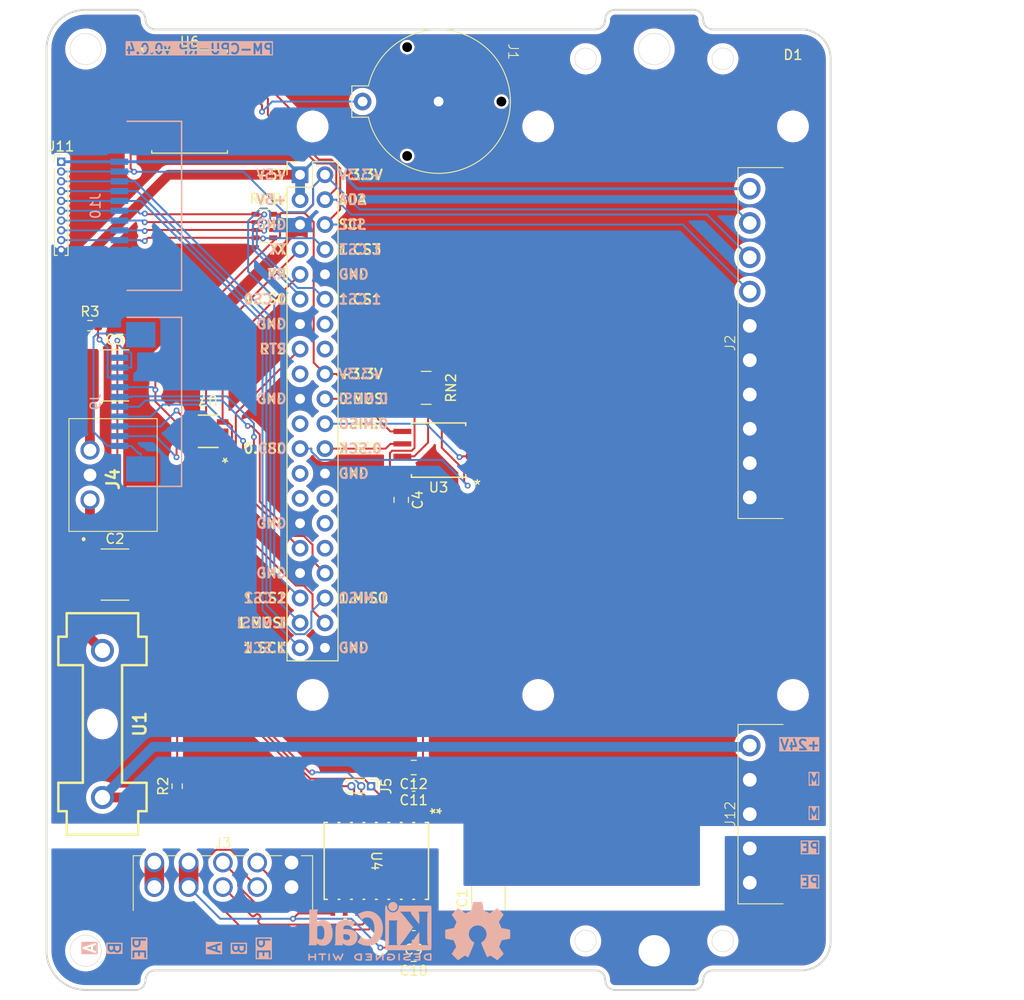
<source format=kicad_pcb>
(kicad_pcb (version 20240108) (generator "pcbnew") (generator_version "8.0")
  (title_block (title "${article} v${version}"))
  (layers (0 "F.Cu" signal) (31 "B.Cu" signal) (34 "B.Paste" user) (35 "F.Paste" user) (36 "B.SilkS" user "B.Silkscreen") (37 "F.SilkS" user "F.Silkscreen") (38 "B.Mask" user) (39 "F.Mask" user) (44 "Edge.Cuts" user))
  (property "article" "PM-CPU-RP")
  (property "version" "0.0.4")
  (net 0 "")
  (net 1 "/LED_1")
  (net 2 "/LED_2")
  (net 4 "/LED_0")
  (net 8 "+5V")
  (net 9 "GND")
  (net 10 "/SCL")
  (net 11 "/SDA")
  (net 12 "PE")
  (net 13 "Net-(J4-VIN)")
  (net 14 "+24V")
  (net 15 "+3.3V")
  (net 16 "/subplates/LED_24V")
  (net 17 "/subplates/LED_5V")
  (net 18 "/UART_RTS")
  (net 19 "+3.3V_ISO")
  (net 20 "GND_ISO")
  (net 21 "/UART_TX")
  (net 22 "/UART_RX")
  (net 26 "Net-(RN2A-R1.1)")
  (net 30 "/subplates/LED_RX")
  (net 31 "/subplates/LED_TX")
  (net 33 "/SPI0_MOSI")
  (net 34 "/SPI1_MOSI")
  (net 35 "/SPI1_CS0")
  (net 36 "/SPI0_CS0")
  (net 37 "/SPI0_SCK")
  (net 38 "/SPI1_MISO")
  (net 39 "/SPI1_SCK")
  (net 40 "/SPI1_CS1")
  (net 41 "/SPI1_CS2")
  (net 42 "/SPI0_MISO")
  (net 43 "/SPI1_CS3")
  (net 47 "Net-(RN2C-R3.1)")
  (net 50 "+24V_ISO")
  (net 51 "Net-(J9-Pin_10)")
  (net 52 "/Vbat")
  (net 53 "/B")
  (net 54 "/A")
  (footprint "Connector_PinHeader_1.00mm:PinHeader_1x03_P1.00mm_Vertical" (layer "F.Cu") (at 68.04 129.54 -90)
    (property "Reference" "J5")
    (property "Value" "Conn_01x03_Pin")
  )
  (footprint "Capacitor_SMD:C_0805_2012Metric" (layer "F.Cu") (at 71.12 100.33 -90)
    (property "Reference" "C4")
    (property "Value" "10uF")
  )
  (footprint "kicad_inventree_lib:PE" (layer "F.Cu") (at 96.93 146.33)
    (property "Reference" "PE1" (hide yes))
    (property "Value" "PE")
  )
  (footprint "kicad_inventree_lib:DBV6-M" (layer "F.Cu") (at 51.43 93.33 180)
    (property "Reference" "U7")
    (property "Value" "SN74LVC2G14DBVR")
  )
  (footprint "Resistor_SMD:R_0603_1608Metric" (layer "F.Cu") (at 39.37 82.55)
    (property "Reference" "R3")
    (property "Value" "330R")
  )
  (footprint "kicad_inventree_lib:BS-12-A1AJ002-F" (layer "F.Cu") (at 67.18 59.69 90)
    (property "Reference" "J1")
    (property "Value" "~")
  )
  (footprint "Capacitor_SMD:C_2220_5750Metric" (layer "F.Cu") (at 41.91 87.63)
    (property "Reference" "C3")
    (property "Value" "22uF")
  )
  (footprint "Resistor_SMD:R_0603_1608Metric" (layer "F.Cu") (at 48.26 129.54 90)
    (property "Reference" "R2")
    (property "Value" "4k7")
  )
  (footprint "Resistor_SMD:R_Array_Convex_4x0603" (layer "F.Cu") (at 57.15 72.39)
    (property "Reference" "RN1")
    (property "Value" "10k")
  )
  (footprint "kicad_inventree_lib:RaspberryPi" (layer "F.Cu") (at 111.09 92.23)
    (property "Reference" "D1")
    (property "Value" "~")
  )
  (footprint "kicad_inventree_lib:MountingHole_M3" (layer "F.Cu") (at 96.93 54.33)
    (property "Reference" "H3" (hide yes))
    (property "Value" "MountingHole_M3")
    (fp_circle (center 0 0) (end 1.6 0) (stroke (width 0.05)) (fill none) (layer "Edge.Cuts"))
  )
  (footprint "Capacitor_SMD:C_1812_4532Metric_Pad1.57x3.40mm_HandSolder" (layer "F.Cu") (at 80.01 140.97 90)
    (property "Reference" "C1")
    (property "Value" "4.7nF 2kV")
  )
  (footprint "kicad_inventree_lib:SOIC16-WBW_CLG" (layer "F.Cu") (at 68.58 137.16 -90)
    (property "Reference" "U4")
    (property "Value" "CA-IS3098W")
  )
  (footprint "Connector_PinHeader_1.00mm:PinHeader_1x10_P1.00mm_Vertical" (layer "F.Cu") (at 36.43 65.83)
    (property "Reference" "J11")
    (property "Value" "Conn_01x10_Pin")
  )
  (footprint "Capacitor_SMD:C_0805_2012Metric" (layer "F.Cu") (at 72.39 146.685 180)
    (property "Reference" "C10")
    (property "Value" "10uF")
  )
  (footprint "Capacitor_SMD:C_0805_2012Metric" (layer "F.Cu") (at 72.39 127.635 180)
    (property "Reference" "C12")
    (property "Value" "10uF")
  )
  (footprint "kicad_inventree_lib:K7805-2000R3" (layer "F.Cu") (at 39.37 100.33 90)
    (property "Reference" "J4")
    (property "Value" "K7805-2000R3" (hide yes))
  )
  (footprint "Capacitor_SMD:C_0603_1608Metric" (layer "F.Cu") (at 72.39 144.78 180)
    (property "Reference" "C9")
    (property "Value" "100nF")
  )
  (footprint "kicad_inventree_lib:MountingHole_M3" (layer "F.Cu") (at 38.93 54.33)
    (property "Reference" "H2" (hide yes))
    (property "Value" "MountingHole_M3")
    (fp_circle (center 0 0) (end 1.6 0) (stroke (width 0.05)) (fill none) (layer "Edge.Cuts"))
  )
  (footprint "kicad_inventree_lib:15EDGRC-3.5-10P" (layer "F.Cu") (at 106.68 100.08 90)
    (property "Reference" "J2")
    (property "Value" "15EDGRC-3.5-10P")
  )
  (footprint "kicad_inventree_lib:SOIC-8_5P28X5P28_WIN-M" (layer "F.Cu") (at 74.93 95.25 180)
    (property "Reference" "U3")
    (property "Value" "W25Q32JVSSIQ")
  )
  (footprint "kicad_inventree_lib:MountingHole_M3" (layer "F.Cu") (at 38.93 146.33)
    (property "Reference" "H1" (hide yes))
    (property "Value" "MountingHole_M3")
    (fp_circle (center 0 0) (end 1.6 0) (stroke (width 0.05)) (fill none) (layer "Edge.Cuts"))
  )
  (footprint "Capacitor_SMD:C_2220_5750Metric" (layer "F.Cu") (at 41.91 107.95)
    (property "Reference" "C2")
    (property "Value" "22uF")
  )
  (footprint "Package_SO:SOIC-16W_7.5x10.3mm_P1.27mm" (layer "F.Cu") (at 49.53 59.69)
    (property "Reference" "U6")
    (property "Value" "DS3231")
  )
  (footprint "Resistor_SMD:R_Array_Convex_4x0603" (layer "F.Cu") (at 73.66 88.9 180)
    (property "Reference" "RN2")
    (property "Value" "10k")
  )
  (footprint "kicad_inventree_lib:15EDGRHC-THR-3.5-10P" (layer "F.Cu") (at 52.93 137.33)
    (property "Reference" "J3")
    (property "Value" "15EDGRHC-THR-3.5-10P")
  )
  (footprint "Capacitor_SMD:C_0603_1608Metric" (layer "F.Cu") (at 72.39 129.54 180)
    (property "Reference" "C11")
    (property "Value" "100nF")
  )
  (footprint "NextPCB:Fuseholder" (layer "F.Cu") (at 40.64 123.19 90)
    (property "Reference" "U1")
    (property "Value" "64900001039" (hide yes))
  )
  (footprint "kicad_inventree_lib:PM-LED_v0.0.2" (layer "F.Cu") (at 99.93 100.33)
    (property "Reference" "U2" (hide yes))
    (property "Value" "PM-LED8_v0.0.2")
    (fp_circle (center -10 -45) (end -8.9 -45) (stroke (width 0.05)) (fill none) (layer "Edge.Cuts"))
    (fp_circle (center -10 45) (end -8.9 45) (stroke (width 0.05)) (fill none) (layer "Edge.Cuts"))
    (fp_circle (center 4 -45) (end 5.1 -45) (stroke (width 0.05)) (fill none) (layer "Edge.Cuts"))
    (fp_circle (center 4 45) (end 5.1 45) (stroke (width 0.05)) (fill none) (layer "Edge.Cuts"))
  )
  (footprint "kicad_inventree_lib:15EDGRC-3.5-05P" (layer "F.Cu") (at 106.68 139.39 90)
    (property "Reference" "J12")
    (property "Value" "15EDGRC-3.5-05P")
  )
  (footprint "Symbol:KiCad-Logo2_5mm_SilkScreen" (layer "B.Cu") (at 67.93 144.33 180)
    (property "Reference" "kicad_logo" (hide yes))
    (property "Value" "KiCad-Logo2_5mm_SilkScreen" (hide yes))
  )
  (footprint "kicad_inventree_lib:CONN10_AFA07-S10_JUS" (layer "B.Cu") (at 45.93 90.33 -90)
    (property "Reference" "J9")
    (property "Value" "AFA07-S10FCC-00")
  )
  (footprint "kicad_inventree_lib:CONN10_AFA07-S10_JUS" (layer "B.Cu") (at 45.93 70.33 -90)
    (property "Reference" "J10")
    (property "Value" "AFA07-S10FCC-00")
  )
  (footprint "Symbol:OSHW-Symbol_6.7x6mm_SilkScreen" (layer "B.Cu") (at 78.93 144.33 180)
    (property "Reference" "oshw_logo" (hide yes))
    (property "Value" "OSHW-Symbol_6.7x6mm_SilkScreen" (hide yes))
  )
  (gr_arc (start 46.03 52.33) (mid 45.322893 52.037107) (end 45.03 51.33) (stroke (width 0.2)) (layer "Edge.Cuts"))
  (gr_arc (start 91.93 51.33) (mid 92.222893 50.622893) (end 92.93 50.33) (stroke (width 0.2)) (layer "Edge.Cuts"))
  (gr_line (start 46.03 52.33) (end 90.93 52.33) (stroke (width 0.2)) (layer "Edge.Cuts"))
  (gr_arc (start 100.93 50.33) (mid 101.637107 50.622893) (end 101.93 51.33) (stroke (width 0.2)) (layer "Edge.Cuts"))
  (gr_arc (start 38.93 150.33) (mid 36.101573 149.158427) (end 34.93 146.33) (stroke (width 0.2)) (layer "Edge.Cuts"))
  (gr_line (start 38.93 150.33) (end 44.03 150.33) (stroke (width 0.2)) (layer "Edge.Cuts"))
  (gr_arc (start 45.03 149.33) (mid 44.737107 150.037107) (end 44.03 150.33) (stroke (width 0.2)) (layer "Edge.Cuts"))
  (gr_arc (start 34.93 54.33) (mid 36.101573 51.501573) (end 38.93 50.33) (stroke (width 0.2)) (layer "Edge.Cuts"))
  (gr_line (start 100.93 50.33) (end 92.93 50.33) (stroke (width 0.2)) (layer "Edge.Cuts"))
  (gr_arc (start 101.93 149.33) (mid 101.637107 150.037107) (end 100.93 150.33) (stroke (width 0.2)) (layer "Edge.Cuts"))
  (gr_arc (start 111.93 52.33) (mid 114.05132 53.20868) (end 114.93 55.33) (stroke (width 0.2)) (layer "Edge.Cuts"))
  (gr_line (start 90.93 148.33) (end 46.03 148.33) (stroke (width 0.2)) (layer "Edge.Cuts"))
  (gr_line (start 38.93 50.33) (end 44.03 50.33) (stroke (width 0.2)) (layer "Edge.Cuts"))
  (gr_line (start 92.93 150.33) (end 100.93 150.33) (stroke (width 0.2)) (layer "Edge.Cuts"))
  (gr_arc (start 114.93 145.33) (mid 114.05132 147.45132) (end 111.93 148.33) (stroke (width 0.2)) (layer "Edge.Cuts"))
  (gr_arc (start 91.93 51.33) (mid 91.637107 52.037107) (end 90.93 52.33) (stroke (width 0.2)) (layer "Edge.Cuts"))
  (gr_arc (start 92.93 150.33) (mid 92.222893 150.037107) (end 91.93 149.33) (stroke (width 0.2)) (layer "Edge.Cuts"))
  (gr_line (start 111.93 52.33) (end 102.93 52.33) (stroke (width 0.2)) (layer "Edge.Cuts"))
  (gr_line (start 34.93 54.33) (end 34.93 146.33) (stroke (width 0.2)) (layer "Edge.Cuts"))
  (gr_arc (start 45.03 149.33) (mid 45.322893 148.622893) (end 46.03 148.33) (stroke (width 0.2)) (layer "Edge.Cuts"))
  (gr_line (start 102.93 148.33) (end 111.93 148.33) (stroke (width 0.2)) (layer "Edge.Cuts"))
  (gr_arc (start 44.03 50.33) (mid 44.737107 50.622893) (end 45.03 51.33) (stroke (width 0.2)) (layer "Edge.Cuts"))
  (gr_line (start 114.93 55.33) (end 114.93 145.33) (stroke (width 0.2)) (layer "Edge.Cuts"))
  (gr_arc (start 90.93 148.33) (mid 91.637107 148.622893) (end 91.93 149.33) (stroke (width 0.2)) (layer "Edge.Cuts"))
  (gr_arc (start 102.93 52.33) (mid 102.222893 52.037107) (end 101.93 51.33) (stroke (width 0.2)) (layer "Edge.Cuts"))
  (gr_arc (start 101.93 149.33) (mid 102.222893 148.622893) (end 102.93 148.33) (stroke (width 0.2)) (layer "Edge.Cuts"))
  (gr_text "+24V" (at 113.93 125.33 0) (layer "B.SilkS" knockout) (effects (font (size 1 1) (thickness 0.2) (bold yes)) (justify left mirror)))
  (gr_text "M" (at 113.93 132.33 0) (layer "B.SilkS" knockout) (effects (font (size 1 1) (thickness 0.2) (bold yes)) (justify left mirror)))
  (gr_text "${article} v${version}" (at 42.93 54.33 0) (layer "B.SilkS" knockout) (effects (font (size 1 1) (thickness 0.2) (bold yes)) (justify right mirror)))
  (gr_text "PE" (at 113.93 135.83 0) (layer "B.SilkS" knockout) (effects (font (size 1 1) (thickness 0.2) (bold yes)) (justify left mirror)))
  (gr_text "B" (at 41.91 146.05 90) (layer "B.SilkS" knockout) (effects (font (size 1.2 1.2) (thickness 0.2) (bold yes)) (justify mirror)))
  (gr_text "PE" (at 113.93 139.33 0) (layer "B.SilkS" knockout) (effects (font (size 1 1) (thickness 0.2) (bold yes)) (justify left mirror)))
  (gr_text "A" (at 52.07 146.05 90) (layer "B.SilkS" knockout) (effects (font (size 1.2 1.2) (thickness 0.2) (bold yes)) (justify mirror)))
  (gr_text "PE" (at 44.45 146.05 90) (layer "B.SilkS" knockout) (effects (font (size 1.2 1.2) (thickness 0.2) (bold yes)) (justify mirror)))
  (gr_text "PE" (at 57.15 146.05 90) (layer "B.SilkS" knockout) (effects (font (size 1.2 1.2) (thickness 0.2) (bold yes)) (justify mirror)))
  (gr_text "B" (at 54.61 146.05 90) (layer "B.SilkS" knockout) (effects (font (size 1.2 1.2) (thickness 0.2) (bold yes)) (justify mirror)))
  (gr_text "M" (at 113.93 128.83 0) (layer "B.SilkS" knockout) (effects (font (size 1 1) (thickness 0.2) (bold yes)) (justify left mirror)))
  (gr_text "A" (at 39.37 146.05 90) (layer "B.SilkS" knockout) (effects (font (size 1.2 1.2) (thickness 0.2) (bold yes)) (justify mirror)))
  (segment (start 62.07 104.904) (end 61.1793 104.013) (width 0.2) (layer "F.Cu") (net 1))
  (segment (start 56.6907 93.6626) (end 55.8073 92.7792) (width 0.2) (layer "F.Cu") (net 1))
  (segment (start 55.8073 92.7792) (end 55.464 92.7792) (width 0.2) (layer "F.Cu") (net 1))
  (segment (start 60.198 104.013) (end 56.6907 100.506) (width 0.2) (layer "F.Cu") (net 1))
  (segment (start 56.6907 100.506) (end 56.6907 93.6626) (width 0.2) (layer "F.Cu") (net 1))
  (segment (start 61.1793 104.013) (end 60.198 104.013) (width 0.2) (layer "F.Cu") (net 1))
  (segment (start 62.07 106.53) (end 62.07 104.904) (width 0.2) (layer "F.Cu") (net 1))
  (segment (start 63.34 107.8) (end 62.07 106.53) (width 0.2) (layer "F.Cu") (net 1))
  (via (at 55.464 92.7792) (size 0.6) (drill 0.3) (layers "F.Cu" "B.Cu") (net 1))
  (segment (start 42.374 90.83) (end 44.3796 90.83) (width 0.2) (layer "B.Cu") (net 1))
  (segment (start 44.3796 90.83) (end 45.0295 90.1801) (width 0.2) (layer "B.Cu") (net 1))
  (segment (start 45.0295 90.1801) (end 52.8649 90.1801) (width 0.2) (layer "B.Cu") (net 1))
  (segment (start 52.8649 90.1801) (end 55.464 92.7792) (width 0.2) (layer "B.Cu") (net 1))
  (segment (start 60.3709 109.07) (end 61.1765 109.07) (width 0.2) (layer "F.Cu") (net 2))
  (segment (start 62.07 111.61) (end 63.34 112.88) (width 0.2) (layer "F.Cu") (net 2))
  (segment (start 54.9854 103.684) (end 60.3709 109.07) (width 0.2) (layer "F.Cu") (net 2))
  (segment (start 61.1765 109.07) (end 62.07 109.964) (width 0.2) (layer "F.Cu") (net 2))
  (segment (start 62.07 109.964) (end 62.07 111.61) (width 0.2) (layer "F.Cu") (net 2))
  (segment (start 54.9854 94.3075) (end 54.9854 103.684) (width 0.2) (layer "F.Cu") (net 2))
  (via (at 54.9854 94.3075) (size 0.6) (drill 0.3) (layers "F.Cu" "B.Cu") (net 2))
  (segment (start 45.5787 91.83) (end 46.8014 90.6073) (width 0.2) (layer "B.Cu") (net 2))
  (segment (start 46.8014 90.6073) (end 51.2852 90.6073) (width 0.2) (layer "B.Cu") (net 2))
  (segment (start 51.2852 90.6073) (end 54.9854 94.3075) (width 0.2) (layer "B.Cu") (net 2))
  (segment (start 42.374 91.83) (end 45.5787 91.83) (width 0.2) (layer "B.Cu") (net 2))
  (segment (start 56.089 93.9118) (end 56.089 100.549) (width 0.2) (layer "F.Cu") (net 4))
  (segment (start 56.089 100.549) (end 60.8 105.26) (width 0.2) (layer "F.Cu") (net 4))
  (via (at 56.089 93.9118) (size 0.6) (drill 0.3) (layers "F.Cu" "B.Cu") (net 4))
  (segment (start 43.6459 89.7615) (end 53.338 89.7615) (width 0.2) (layer "B.Cu") (net 4))
  (segment (start 43.5774 89.83) (end 43.6459 89.7615) (width 0.2) (layer "B.Cu") (net 4))
  (segment (start 53.338 89.7615) (end 56.089 92.5125) (width 0.2) (layer "B.Cu") (net 4))
  (segment (start 42.374 89.83) (end 43.5774 89.83) (width 0.2) (layer "B.Cu") (net 4))
  (segment (start 56.089 92.5125) (end 56.089 93.9118) (width 0.2) (layer "B.Cu") (net 4))
  (segment (start 47.362365 67.16) (end 60.8 67.16) (width 1) (layer "F.Cu") (net 8))
  (segment (start 38.545 75.977365) (end 47.362365 67.16) (width 1) (layer "F.Cu") (net 8))
  (segment (start 38.545 86.815) (end 38.545 82.55) (width 1) (layer "F.Cu") (net 8))
  (segment (start 39.36 95.24) (end 39.36 87.63) (width 1) (layer "F.Cu") (net 8))
  (segment (start 39.36 87.63) (end 38.545 86.815) (width 1) (layer "F.Cu") (net 8))
  (segment (start 39.37 95.25) (end 39.36 95.24) (width 1) (layer "F.Cu") (net 8))
  (segment (start 38.545 82.55) (end 38.545 75.977365) (width 1) (layer "F.Cu") (net 8))
  (segment (start 66.5985 68.58) (end 106.68 68.58) (width 0.3) (layer "B.Cu") (net 8))
  (segment (start 42.373991 65.83) (end 42.374 65.830009) (width 0.3) (layer "B.Cu") (net 8))
  (segment (start 42.374 65.830009) (end 59.470009 65.830009) (width 0.3) (layer "B.Cu") (net 8))
  (segment (start 59.470009 65.830009) (end 60.8 67.16) (width 0.3) (layer "B.Cu") (net 8))
  (segment (start 62.1 65.86) (end 63.8785 65.86) (width 0.3) (layer "B.Cu") (net 8))
  (segment (start 36.43 65.83) (end 42.373991 65.83) (width 0.3) (layer "B.Cu") (net 8))
  (segment (start 60.8 67.16) (end 62.1 65.86) (width 0.3) (layer "B.Cu") (net 8))
  (segment (start 60.8 67.16) (end 60.8 69.7) (width 1) (layer "B.Cu") (net 8))
  (segment (start 63.8785 65.86) (end 66.5985 68.58) (width 0.3) (layer "B.Cu") (net 8))
  (segment (start 54.5886 55.245) (end 54.18 55.245) (width 0.2) (layer "F.Cu") (net 10))
  (segment (start 63.9834 65.6066) (end 62.7116 65.6066) (width 0.2) (layer "F.Cu") (net 10))
  (segment (start 64.8934 66.5166) (end 63.9834 65.6066) (width 0.2) (layer "F.Cu") (net 10))
  (segment (start 64.8934 70.6866) (end 64.8934 66.5166) (width 0.2) (layer "F.Cu") (net 10))
  (segment (start 63.34 72.24) (end 64.8934 70.6866) (width 0.2) (layer "F.Cu") (net 10))
  (segment (start 62.7116 65.6066) (end 59.9502 62.8452) (width 0.2) (layer "F.Cu") (net 10))
  (segment (start 59.9502 60.6066) (end 54.5886 55.245) (width 0.2) (layer "F.Cu") (net 10))
  (segment (start 59.9502 62.8452) (end 59.9502 60.6066) (width 0.2) (layer "F.Cu") (net 10))
  (segment (start 99.84 72.24) (end 106.68 79.08) (width 0.2) (layer "B.Cu") (net 10))
  (segment (start 63.34 72.24) (end 99.84 72.24) (width 0.2) (layer "B.Cu") (net 10))
  (segment (start 64.49 68.55) (end 63.34 69.7) (width 0.2) (layer "F.Cu") (net 11))
  (segment (start 54.6212 56.515) (end 57.5187 59.4125) (width 0.2) (layer "F.Cu") (net 11))
  (segment (start 54.18 56.515) (end 54.6212 56.515) (width 0.2) (layer "F.Cu") (net 11))
  (segment (start 64.49 66.6812) (end 64.49 68.55) (width 0.2) (layer "F.Cu") (net 11))
  (segment (start 57.5187 59.4125) (end 57.5187 61.0374) (width 0.2) (layer "F.Cu") (net 11))
  (segment (start 62.4896 66.0083) (end 63.8171 66.0083) (width 0.2) (layer "F.Cu") (net 11))
  (segment (start 63.8171 66.0083) (end 64.49 66.6812) (width 0.2) (layer "F.Cu") (net 11))
  (segment (start 57.5187 61.0374) (end 62.4896 66.0083) (width 0.2) (layer "F.Cu") (net 11))
  (segment (start 66.0096 71.2179) (end 102.318 71.2179) (width 0.2) (layer "B.Cu") (net 11))
  (segment (start 102.318 71.2179) (end 106.68 75.58) (width 0.2) (layer "B.Cu") (net 11))
  (segment (start 64.4917 69.7) (end 66.0096 71.2179) (width 0.2) (layer "B.Cu") (net 11))
  (segment (start 63.34 69.7) (end 64.4917 69.7) (width 0.2) (layer "B.Cu") (net 11))
  (segment (start 39.36 100.34) (end 39.36 107.95) (width 1) (layer "F.Cu") (net 13))
  (segment (start 39.37 100.33) (end 39.36 100.34) (width 1) (layer "F.Cu") (net 13))
  (segment (start 39.36 114.41) (end 39.36 107.95) (width 1) (layer "F.Cu") (net 13))
  (segment (start 40.64 115.69) (end 39.36 114.41) (width 1) (layer "F.Cu") (net 13))
  (segment (start 47.935 130.69) (end 48.26 130.365) (width 1) (layer "F.Cu") (net 14))
  (segment (start 40.64 130.69) (end 47.935 130.69) (width 1) (layer "F.Cu") (net 14))
  (segment (start 40.64 130.69) (end 45.8032 125.5268) (width 1) (layer "B.Cu") (net 14))
  (segment (start 106.5432 125.5268) (end 106.68 125.39) (width 1) (layer "B.Cu") (net 14))
  (segment (start 45.8032 125.5268) (end 106.5432 125.5268) (width 1) (layer "B.Cu") (net 14))
  (segment (start 58.4009 73.59) (end 58.7517 73.59) (width 0.2) (layer "F.Cu") (net 15))
  (segment (start 58.05 71.19) (end 58.7517 71.19) (width 0.2) (layer "F.Cu") (net 15))
  (segment (start 72.76 90.1) (end 72.0583 90.1) (width 0.2) (layer "F.Cu") (net 15))
  (segment (start 72.0583 89.3) (end 72.4092 89.3) (width 0.2) (layer "F.Cu") (net 15))
  (segment (start 58.7517 71.6392) (end 58.7517 71.19) (width 0.2) (layer "F.Cu") (net 15))
  (segment (start 72.76 88.5) (end 72.4092 88.5) (width 0.2) (layer "F.Cu") (net 15))
  (segment (start 58.4009 73.59) (end 46.0363 85.9546) (width 0.2) (layer "F.Cu") (net 15))
  (segment (start 72.0583 88.5) (end 72.4092 88.5) (width 0.2) (layer "F.Cu") (net 15))
  (segment (start 62.12 68.38) (end 62.12 70.2194) (width 0.2) (layer "F.Cu") (net 15))
  (segment (start 70.0197 97.155) (end 70.0182 97.155) (width 0.2) (layer "F.Cu") (net 15))
  (segment (start 46.0363 85.9546) (end 46.0363 89.1012) (width 0.2) (layer "F.Cu") (net 15))
  (segment (start 58.4009 71.99) (end 58.7517 71.6392) (width 0.2) (layer "F.Cu") (net 15))
  (segment (start 58.8716 71.0701) (end 58.7517 71.19) (width 0.2) (layer "F.Cu") (net 15))
  (segment (start 73.165 129.54) (end 73.025 129.68) (width 0.2) (layer "F.Cu") (net 15))
  (segment (start 70.0197 97.155) (end 69.967 97.1023) (width 0.2) (layer "F.Cu") (net 15))
  (segment (start 72.76 89.3) (end 72.4092 89.3) (width 0.2) (layer "F.Cu") (net 15))
  (segment (start 72.4773 95.034) (end 72.4773 91.0707) (width 0.2) (layer "F.Cu") (net 15))
  (segment (start 63.34 87.48) (end 64.4917 87.48) (width 0.2) (layer "F.Cu") (net 15))
  (segment (start 73.34 127.635) (end 73.34 101.6) (width 0.2) (layer "F.Cu") (net 15))
  (segment (start 72.4773 91.0707) (end 72.0583 90.6517) (width 0.2) (layer "F.Cu") (net 15))
  (segment (start 61.2693 71.0701) (end 58.8716 71.0701) (width 0.2) (layer "F.Cu") (net 15))
  (segment (start 49.9631 93.33) (end 49.0708 93.33) (width 0.2) (layer "F.Cu") (net 15))
  (segment (start 62.1883 71.9891) (end 61.2693 71.0701) (width 0.2) (layer "F.Cu") (net 15))
  (segment (start 72.4092 88.5) (end 72.4092 87.7) (width 0.2) (layer "F.Cu") (net 15))
  (segment (start 69.967 97.1023) (end 69.967 95.5445) (width 0.2) (layer "F.Cu") (net 15))
  (segment (start 58.05 73.59) (end 58.4009 73.59) (width 0.2) (layer "F.Cu") (net 15))
  (segment (start 46.0363 90.2955) (end 46.0363 89.1012) (width 0.2) (layer "F.Cu") (net 15))
  (segment (start 73.34 127.635) (end 73.34 129.365) (width 0.2) (layer "F.Cu") (net 15))
  (segment (start 72.0583 88.9491) (end 72.0583 88.5) (width 0.2) (layer "F.Cu") (net 15))
  (segment (start 58.4009 72.79) (end 58.7517 72.4392) (width 0.2) (layer "F.Cu") (net 15))
  (segment (start 70.0182 97.155) (end 70.0182 98.2782) (width 0.2) (layer "F.Cu") (net 15))
  (segment (start 72.0583 90.1) (end 72.0583 89.3) (width 0.2) (layer "F.Cu") (net 15))
  (segment (start 69.967 95.5445) (end 70.1949 95.3166) (width 0.2) (layer "F.Cu") (net 15))
  (segment (start 71.2343 97.155) (end 70.0197 97.155) (width 0.2) (layer "F.Cu") (net 15))
  (segment (start 58.7517 73.59) (end 58.7517 72.79) (width 0.2) (layer "F.Cu") (net 15))
  (segment (start 64.7117 87.7) (end 72.4092 87.7) (width 0.2) (layer "F.Cu") (net 15))
  (segment (start 63.34 87.48) (end 62.1883 86.3283) (width 0.2) (layer "F.Cu") (net 15))
  (segment (start 73.34 129.365) (end 73.165 129.54) (width 0.2) (layer "F.Cu") (net 15))
  (segment (start 43.5113 66.498) (end 43.5113 59.055) (width 0.2) (layer "F.Cu") (net 15))
  (segment (start 73.34 101.6) (end 71.12 99.38) (width 0.2) (layer "F.Cu") (net 15))
  (segment (start 73.025 129.68) (end 73.025 132.334) (width 0.2) (layer "F.Cu") (net 15))
  (segment (start 43.8683 66.855) (end 43.5113 66.498) (width 0.2) (layer "F.Cu") (net 15))
  (segment (start 44.88 59.055) (end 43.5113 59.055) (width 0.2) (layer "F.Cu") (net 15))
  (segment (start 70.1949 95.3166) (end 72.1947 95.3166) (width 0.2) (layer "F.Cu") (net 15))
  (segment (start 43.5113 57.4363) (end 43.5113 59.055) (width 0.2) (layer "F.Cu") (net 15))
  (segment (start 44.4326 56.515) (end 43.5113 57.4363) (width 0.2) (layer "F.Cu") (net 15))
  (segment (start 58.7517 71.99) (end 58.4009 71.99) (width 0.2) (layer "F.Cu") (net 15))
  (segment (start 62.12 70.2194) (end 61.2693 71.0701) (width 0.2) (layer "F.Cu") (net 15))
  (segment (start 58.7517 72.79) (end 58.4009 72.79) (width 0.2) (layer "F.Cu") (net 15))
  (segment (start 64.4917 87.48) (end 64.7117 87.7) (width 0.2) (layer "F.Cu") (net 15))
  (segment (start 62.1883 86.3283) (end 62.1883 71.9891) (width 0.2) (layer "F.Cu") (net 15))
  (segment (start 72.76 87.7) (end 72.4092 87.7) (width 0.2) (layer "F.Cu") (net 15))
  (segment (start 72.1947 95.3166) (end 72.4773 95.034) (width 0.2) (layer "F.Cu") (net 15))
  (segment (start 58.7517 72.4392) (end 58.7517 71.99) (width 0.2) (layer "F.Cu") (net 15))
  (segment (start 63.34 67.16) (end 62.12 68.38) (width 0.2) (layer "F.Cu") (net 15))
  (segment (start 72.0583 90.6517) (end 72.0583 90.1) (width 0.2) (layer "F.Cu") (net 15))
  (segment (start 70.0182 98.2782) (end 71.12 99.38) (width 0.2) (layer "F.Cu") (net 15))
  (segment (start 58.05 72.79) (end 58.4009 72.79) (width 0.2) (layer "F.Cu") (net 15))
  (segment (start 72.4092 89.3) (end 72.0583 88.9491) (width 0.2) (layer "F.Cu") (net 15))
  (segment (start 58.05 71.99) (end 58.4009 71.99) (width 0.2) (layer "F.Cu") (net 15))
  (segment (start 49.0708 93.33) (end 46.0363 90.2955) (width 0.2) (layer "F.Cu") (net 15))
  (segment (start 44.88 56.515) (end 44.4326 56.515) (width 0.2) (layer "F.Cu") (net 15))
  (via (at 43.8683 66.855) (size 0.6) (drill 0.3) (layers "F.Cu" "B.Cu") (net 15))
  (via (at 46.0363 89.1012) (size 0.6) (drill 0.3) (layers "F.Cu" "B.Cu") (net 15))
  (segment (start 63.34 67.16) (end 62.1407 68.3593) (width 0.2) (layer "B.Cu") (net 15))
  (segment (start 62.1407 68.3593) (end 62.1407 70.1389) (width 0.2) (layer "B.Cu") (net 15))
  (segment (start 59.1626 70.9709) (end 55.0467 66.855) (width 0.2) (layer "B.Cu") (net 15))
  (segment (start 61.3087 70.9709) (end 59.1626 70.9709) (width 0.2) (layer "B.Cu") (net 15))
  (segment (start 42.374 66.830007) (end 36.430007 66.830007) (width 0.2) (layer "B.Cu") (net 15))
  (segment (start 43.8683 66.855) (end 43.8433 66.83) (width 0.2) (layer "B.Cu") (net 15))
  (segment (start 66.8681 70.6881) (end 63.34 67.16) (width 0.2) (layer "B.Cu") (net 15))
  (segment (start 106.68 72.08) (end 105.288 70.6881) (width 0.2) (layer "B.Cu") (net 15))
  (segment (start 105.288 70.6881) (end 66.8681 70.6881) (width 0.2) (layer "B.Cu") (net 15))
  (segment (start 36.430007 66.830007) (end 36.43 66.83) (width 0.2) (layer "B.Cu") (net 15))
  (segment (start 55.0467 66.855) (end 43.8683 66.855) (width 0.2) (layer "B.Cu") (net 15))
  (segment (start 45.7651 88.83) (end 46.0363 89.1012) (width 0.2) (layer "B.Cu") (net 15))
  (segment (start 62.1407 70.1389) (end 61.3087 70.9709) (width 0.2) (layer "B.Cu") (net 15))
  (segment (start 43.8433 66.83) (end 42.374 66.83) (width 0.2) (layer "B.Cu") (net 15))
  (segment (start 42.374 88.83) (end 45.7651 88.83) (width 0.2) (layer "B.Cu") (net 15))
  (segment (start 48.26 120.592) (end 48.26 128.715) (width 0.2) (layer "F.Cu") (net 16))
  (segment (start 42.158 84.0796) (end 42.158 114.49) (width 0.2) (layer "F.Cu") (net 16))
  (segment (start 42.158 114.49) (end 48.26 120.592) (width 0.2) (layer "F.Cu") (net 16))
  (via (at 42.158 84.0796) (size 0.6) (drill 0.3) (layers "F.Cu" "B.Cu") (net 16))
  (segment (start 42.374 86.83) (end 43.5774 86.83) (width 0.2) (layer "B.Cu") (net 16))
  (segment (start 43.4007 85.2108) (end 43.0165 85.2108) (width 0.2) (layer "B.Cu") (net 16))
  (segment (start 43.0165 85.2108) (end 42.158 84.3523) (width 0.2) (layer "B.Cu") (net 16))
  (segment (start 43.5774 86.83) (end 43.5774 85.3875) (width 0.2) (layer "B.Cu") (net 16))
  (segment (start 42.158 84.3523) (end 42.158 84.0796) (width 0.2) (layer "B.Cu") (net 16))
  (segment (start 43.5774 85.3875) (end 43.4007 85.2108) (width 0.2) (layer "B.Cu") (net 16))
  (segment (start 40.3413 83.9774) (end 40.195 83.8311) (width 0.2) (layer "F.Cu") (net 17))
  (segment (start 40.195 83.8311) (end 40.195 82.55) (width 0.2) (layer "F.Cu") (net 17))
  (via (at 40.3413 83.9774) (size 0.6) (drill 0.3) (layers "F.Cu" "B.Cu") (net 17))
  (segment (start 42.374 87.83) (end 41.1706 87.83) (width 0.2) (layer "B.Cu") (net 17))
  (segment (start 41.1706 87.83) (end 41.1706 84.8067) (width 0.2) (layer "B.Cu") (net 17))
  (segment (start 41.1706 84.8067) (end 40.3413 83.9774) (width 0.2) (layer "B.Cu") (net 17))
  (segment (start 61.744664 128.126492) (end 54.248 120.629828) (width 0.2) (layer "F.Cu") (net 18))
  (segment (start 62.027508 128.126492) (end 61.744664 128.126492) (width 0.2) (layer "F.Cu") (net 18))
  (segment (start 67.04 129.54) (end 67.04 130.14104) (width 0.2) (layer "F.Cu") (net 18))
  (segment (start 54.248 91.492) (end 60.8 84.94) (width 0.2) (layer "F.Cu") (net 18))
  (segment (start 67.945 132.334) (end 69.215 132.334) (width 0.2) (layer "F.Cu") (net 18))
  (segment (start 67.945 131.04604) (end 67.945 132.334) (width 0.2) (layer "F.Cu") (net 18))
  (segment (start 54.248 120.629828) (end 54.248 91.492) (width 0.2) (layer "F.Cu") (net 18))
  (segment (start 67.04 130.14104) (end 67.945 131.04604) (width 0.2) (layer "F.Cu") (net 18))
  (via (at 62.027508 128.126492) (size 0.6) (drill 0.3) (layers "F.Cu" "B.Cu") (net 18))
  (segment (start 67.04 129.514695) (end 67.04 129.54) (width 0.2) (layer "B.Cu") (net 18))
  (segment (start 62.027508 128.126492) (end 65.651797 128.126492) (width 0.2) (layer "B.Cu") (net 18))
  (segment (start 65.651797 128.126492) (end 67.04 129.514695) (width 0.2) (layer "B.Cu") (net 18))
  (segment (start 73.025 144.64) (end 73.025 141.986) (width 0.2) (layer "F.Cu") (net 19))
  (segment (start 73.34 146.685) (end 73.34 144.955) (width 0.2) (layer "F.Cu") (net 19))
  (segment (start 73.165 144.78) (end 73.025 144.64) (width 0.2) (layer "F.Cu") (net 19))
  (segment (start 73.34 144.955) (end 73.165 144.78) (width 0.2) (layer "F.Cu") (net 19))
  (segment (start 71.615 144.78) (end 71.755 144.64) (width 0.2) (layer "F.Cu") (net 20))
  (segment (start 64.135 141.986) (end 64.135 142.524) (width 0.2) (layer "F.Cu") (net 20))
  (segment (start 65.405 141.986) (end 64.135 141.986) (width 0.2) (layer "F.Cu") (net 20))
  (segment (start 60.6164 142.524) (end 60.0784 143.062) (width 0.2) (layer "F.Cu") (net 20))
  (segment (start 71.44 146.685) (end 71.44 146.0093) (width 0.2) (layer "F.Cu") (net 20))
  (segment (start 71.755 144.64) (end 71.755 141.986) (width 0.2) (layer "F.Cu") (net 20))
  (segment (start 64.135 142.524) (end 60.6164 142.524) (width 0.2) (layer "F.Cu") (net 20))
  (segment (start 68.9896 146.0093) (end 71.44 146.0093) (width 0.2) (layer "F.Cu") (net 20))
  (segment (start 71.44 146.0093) (end 71.44 144.955) (width 0.2) (layer "F.Cu") (net 20))
  (segment (start 71.44 144.955) (end 71.615 144.78) (width 0.2) (layer "F.Cu") (net 20))
  (segment (start 49.43 137.33) (end 49.43 139.83) (width 2) (layer "F.Cu") (net 20))
  (via (at 60.0784 143.062) (size 0.6) (drill 0.3) (layers "F.Cu" "B.Cu") (net 20))
  (via (at 68.9896 146.0093) (size 0.6) (drill 0.3) (layers "F.Cu" "B.Cu") (net 20))
  (segment (start 60.0784 143.062) (end 52.6622 143.062) (width 0.2) (layer "B.Cu") (net 20))
  (segment (start 52.6622 143.062) (end 49.43 139.83) (width 0.2) (layer "B.Cu") (net 20))
  (segment (start 60.0784 143.062) (end 66.0423 143.062) (width 0.2) (layer "B.Cu") (net 20))
  (segment (start 66.0423 143.062) (end 68.9896 146.0093) (width 0.2) (layer "B.Cu") (net 20))
  (segment (start 62.0268 129.54) (end 66.04 129.54) (width 0.2) (layer "F.Cu") (net 21))
  (segment (start 66.04 129.54) (end 66.315 129.815) (width 0.2) (layer "F.Cu") (net 21))
  (segment (start 53.448 94.831151) (end 53.448 120.9612) (width 0.2) (layer "F.Cu") (net 21))
  (segment (start 52.89685 94.280001) (end 53.448 94.831151) (width 0.2) (layer "F.Cu") (net 21))
  (segment (start 66.315 129.815) (end 66.315 131.974) (width 0.2) (layer "F.Cu") (net 21))
  (segment (start 51.2064 84.3736) (end 51.2064 93.380101) (width 0.2) (layer "F.Cu") (net 21))
  (segment (start 60.8 74.78) (end 51.2064 84.3736) (width 0.2) (layer "F.Cu") (net 21))
  (segment (start 51.2064 93.380101) (end 52.1063 94.280001) (width 0.2) (layer "F.Cu") (net 21))
  (segment (start 52.1063 94.280001) (end 52.89685 94.280001) (width 0.2) (layer "F.Cu") (net 21))
  (segment (start 66.315 131.974) (end 66.675 132.334) (width 0.2) (layer "F.Cu") (net 21))
  (segment (start 53.448 120.9612) (end 62.0268 129.54) (width 0.2) (layer "F.Cu") (net 21))
  (segment (start 61.830486 128.778) (end 67.303305 128.778) (width 0.2) (layer "F.Cu") (net 22))
  (segment (start 67.303305 128.778) (end 68.04 129.514695) (width 0.2) (layer "F.Cu") (net 22))
  (segment (start 53.848 92.8112) (end 53.848 120.795514) (width 0.2) (layer "F.Cu") (net 22))
  (segment (start 68.04 129.54) (end 70.485 131.985) (width 0.2) (layer "F.Cu") (net 22))
  (segment (start 70.485 131.985) (end 70.485 132.334) (width 0.2) (layer "F.Cu") (net 22))
  (segment (start 52.89685 92.379999) (end 53.416799 92.379999) (width 0.2) (layer "F.Cu") (net 22))
  (segment (start 60.8 77.32) (end 52.89685 85.22315) (width 0.2) (layer "F.Cu") (net 22))
  (segment (start 53.848 120.795514) (end 61.830486 128.778) (width 0.2) (layer "F.Cu") (net 22))
  (segment (start 52.89685 85.22315) (end 52.89685 92.379999) (width 0.2) (layer "F.Cu") (net 22))
  (segment (start 53.416799 92.379999) (end 53.848 92.8112) (width 0.2) (layer "F.Cu") (net 22))
  (segment (start 68.04 129.514695) (end 68.04 129.54) (width 0.2) (layer "F.Cu") (net 22))
  (segment (start 72.4504 95.885) (end 73.8583 94.4771) (width 0.2) (layer "F.Cu") (net 26))
  (segment (start 71.2343 95.885) (end 72.4504 95.885) (width 0.2) (layer "F.Cu") (net 26))
  (segment (start 73.8583 94.4771) (end 73.8583 90.1) (width 0.2) (layer "F.Cu") (net 26))
  (segment (start 73.8583 90.1) (end 74.56 90.1) (width 0.2) (layer "F.Cu") (net 26))
  (segment (start 49.9631 92.38) (end 49.0708 92.38) (width 0.2) (layer "F.Cu") (net 30))
  (segment (start 49.0708 92.38) (end 49.0708 92.083) (width 0.2) (layer "F.Cu") (net 30))
  (segment (start 49.0708 92.083) (end 48.1968 91.209) (width 0.2) (layer "F.Cu") (net 30))
  (via (at 48.1968 91.209) (size 0.6) (drill 0.3) (layers "F.Cu" "B.Cu") (net 30))
  (segment (start 42.374 92.83) (end 46.5758 92.83) (width 0.2) (layer "B.Cu") (net 30))
  (segment (start 46.5758 92.83) (end 48.1968 91.209) (width 0.2) (layer "B.Cu") (net 30))
  (segment (start 48.1968 95.154) (end 48.1968 95.9708) (width 0.2) (layer "F.Cu") (net 31))
  (segment (start 49.0708 94.28) (end 48.1968 95.154) (width 0.2) (layer "F.Cu") (net 31))
  (segment (start 49.9631 94.28) (end 49.0708 94.28) (width 0.2) (layer "F.Cu") (net 31))
  (via (at 48.1968 95.9708) (size 0.6) (drill 0.3) (layers "F.Cu" "B.Cu") (net 31))
  (segment (start 42.374 93.83) (end 46.056 93.83) (width 0.2) (layer "B.Cu") (net 31))
  (segment (start 46.056 93.83) (end 48.1968 95.9708) (width 0.2) (layer "B.Cu") (net 31))
  (segment (start 70.0182 93.345) (end 66.6932 90.02) (width 0.2) (layer "F.Cu") (net 33))
  (segment (start 66.6932 90.02) (end 63.34 90.02) (width 0.2) (layer "F.Cu") (net 33))
  (segment (start 71.2343 93.345) (end 70.0182 93.345) (width 0.2) (layer "F.Cu") (net 33))
  (segment (start 36.43 67.83) (end 42.373995 67.83) (width 0.2) (layer "B.Cu") (net 34))
  (segment (start 57.766 81.642) (end 43.954005 67.830005) (width 0.2) (layer "B.Cu") (net 34))
  (segment (start 60.8 112.88) (end 57.766 109.846) (width 0.2) (layer "B.Cu") (net 34))
  (segment (start 57.766 109.846) (end 57.766 81.642) (width 0.2) (layer "B.Cu") (net 34))
  (segment (start 42.373995 67.83) (end 42.374 67.830005) (width 0.2) (layer "B.Cu") (net 34))
  (segment (start 43.954005 67.830005) (end 42.374 67.830005) (width 0.2) (layer "B.Cu") (net 34))
  (segment (start 56.268997 71.208997) (end 56.25 71.19) (width 0.2) (layer "F.Cu") (net 35))
  (segment (start 56.25 71.19) (end 45.028 71.19) (width 0.2) (layer "F.Cu") (net 35))
  (segment (start 45.028 71.19) (end 44.958 71.12) (width 0.2) (layer "F.Cu") (net 35))
  (segment (start 57.15 71.208997) (end 56.268997 71.208997) (width 0.2) (layer "F.Cu") (net 35))
  (via (at 44.958 71.12) (size 0.6) (drill 0.3) (layers "F.Cu" "B.Cu") (net 35))
  (via (at 57.15 71.208997) (size 0.6) (drill 0.3) (layers "F.Cu" "B.Cu") (net 35))
  (segment (start 60.8 79.11) (end 60.383314 79.11) (width 0.2) (layer "B.Cu") (net 35))
  (segment (start 42.374 70.829999) (end 36.430001 70.829999) (width 0.2) (layer "B.Cu") (net 35))
  (segment (start 44.958 71.12) (end 44.45 71.12) (width 0.2) (layer "B.Cu") (net 35))
  (segment (start 57.101474 71.208997) (end 57.15 71.208997) (width 0.2) (layer "B.Cu") (net 35))
  (segment (start 44.45 71.12) (end 44.159999 70.829999) (width 0.2) (layer "B.Cu") (net 35))
  (segment (start 44.159999 70.829999) (end 42.374 70.829999) (width 0.2) (layer "B.Cu") (net 35))
  (segment (start 60.8 79.86) (end 60.8 79.11) (width 0.2) (layer "B.Cu") (net 35))
  (segment (start 55.988 72.322471) (end 57.101474 71.208997) (width 0.2) (layer "B.Cu") (net 35))
  (segment (start 36.430001 70.829999) (end 36.43 70.83) (width 0.2) (layer "B.Cu") (net 35))
  (segment (start 60.383314 79.11) (end 55.988 74.714686) (width 0.2) (layer "B.Cu") (net 35))
  (segment (start 55.988 74.714686) (end 55.988 72.322471) (width 0.2) (layer "B.Cu") (net 35))
  (segment (start 77.5471 97.155) (end 77.539 97.1631) (width 0.2) (layer "F.Cu") (net 36))
  (segment (start 77.539 97.1631) (end 77.4096 97.1631) (width 0.2) (layer "F.Cu") (net 36))
  (segment (start 78.6257 97.155) (end 77.5471 97.155) (width 0.2) (layer "F.Cu") (net 36))
  (segment (start 75.2617 95.0152) (end 75.2617 89.3) (width 0.2) (layer "F.Cu") (net 36))
  (segment (start 77.9008 98.8755) (end 77.539 98.5137) (width 0.2) (layer "F.Cu") (net 36))
  (segment (start 75.2617 89.3) (end 74.56 89.3) (width 0.2) (layer "F.Cu") (net 36))
  (segment (start 77.539 98.5137) (end 77.539 97.1631) (width 0.2) (layer "F.Cu") (net 36))
  (segment (start 77.4096 97.1631) (end 75.2617 95.0152) (width 0.2) (layer "F.Cu") (net 36))
  (via (at 77.9008 98.8755) (size 0.6) (drill 0.3) (layers "F.Cu" "B.Cu") (net 36))
  (segment (start 61.9517 95.1) (end 61.9517 95.388) (width 0.2) (layer "B.Cu") (net 36))
  (segment (start 62.8154 96.2517) (end 75.277 96.2517) (width 0.2) (layer "B.Cu") (net 36))
  (segment (start 61.9517 95.388) (end 62.8154 96.2517) (width 0.2) (layer "B.Cu") (net 36))
  (segment (start 60.8 95.1) (end 61.9517 95.1) (width 0.2) (layer "B.Cu") (net 36))
  (segment (start 75.277 96.2517) (end 77.9008 98.8755) (width 0.2) (layer "B.Cu") (net 36))
  (segment (start 71.2343 94.615) (end 70.0182 94.615) (width 0.2) (layer "F.Cu") (net 37))
  (segment (start 69.5332 95.1) (end 63.34 95.1) (width 0.2) (layer "F.Cu") (net 37))
  (segment (start 70.0182 94.615) (end 69.5332 95.1) (width 0.2) (layer "F.Cu") (net 37))
  (segment (start 63.34 110.34) (end 61.95 111.73) (width 0.2) (layer "B.Cu") (net 38))
  (segment (start 36.430003 68.830003) (end 36.43 68.83) (width 0.2) (layer "B.Cu") (net 38))
  (segment (start 61.95 113.356346) (end 61.276346 114.03) (width 0.2) (layer "B.Cu") (net 38))
  (segment (start 44.192003 68.830003) (end 42.374 68.830003) (width 0.2) (layer "B.Cu") (net 38))
  (segment (start 61.95 111.73) (end 61.95 113.356346) (width 0.2) (layer "B.Cu") (net 38))
  (segment (start 57.366 111.072346) (end 57.366 82.004) (width 0.2) (layer "B.Cu") (net 38))
  (segment (start 57.366 82.004) (end 44.192003 68.830003) (width 0.2) (layer "B.Cu") (net 38))
  (segment (start 60.323654 114.03) (end 57.366 111.072346) (width 0.2) (layer "B.Cu") (net 38))
  (segment (start 61.276346 114.03) (end 60.323654 114.03) (width 0.2) (layer "B.Cu") (net 38))
  (segment (start 42.374 68.830003) (end 36.430003 68.830003) (width 0.2) (layer "B.Cu") (net 38))
  (segment (start 36.43 69.83) (end 42.373999 69.83) (width 0.2) (layer "B.Cu") (net 39))
  (segment (start 56.966 111.586) (end 56.966 82.239) (width 0.2) (layer "B.Cu") (net 39))
  (segment (start 60.8 115.42) (end 56.966 111.586) (width 0.2) (layer "B.Cu") (net 39))
  (segment (start 56.966 82.239) (end 44.557001 69.830001) (width 0.2) (layer "B.Cu") (net 39))
  (segment (start 44.557001 69.830001) (end 42.374 69.830001) (width 0.2) (layer "B.Cu") (net 39))
  (segment (start 42.373999 69.83) (end 42.374 69.830001) (width 0.2) (layer "B.Cu") (net 39))
  (segment (start 57.15 72.009) (end 56.269 72.009) (width 0.2) (layer "F.Cu") (net 40))
  (segment (start 56.269 72.009) (end 56.25 71.99) (width 0.2) (layer "F.Cu") (net 40))
  (segment (start 44.977 71.99) (end 44.958 72.009) (width 0.2) (layer "F.Cu") (net 40))
  (segment (start 56.25 71.99) (end 44.977 71.99) (width 0.2) (layer "F.Cu") (net 40))
  (via (at 57.15 72.009) (size 0.6) (drill 0.3) (layers "F.Cu" "B.Cu") (net 40))
  (via (at 44.958 72.009) (size 0.6) (drill 0.3) (layers "F.Cu" "B.Cu") (net 40))
  (segment (start 63.34 79.86) (end 62.19 78.71) (width 0.2) (layer "B.Cu") (net 40))
  (segment (start 44.958 72.009) (end 44.778997 71.829997) (width 0.2) (layer "B.Cu") (net 40))
  (segment (start 44.778997 71.829997) (end 42.374 71.829997) (width 0.2) (layer "B.Cu") (net 40))
  (segment (start 62.19 78.71) (end 60.549 78.71) (width 0.2) (layer "B.Cu") (net 40))
  (segment (start 56.388 72.771) (end 57.15 72.009) (width 0.2) (layer "B.Cu") (net 40))
  (segment (start 36.43 71.83) (end 42.373997 71.83) (width 0.2) (layer "B.Cu") (net 40))
  (segment (start 42.373997 71.83) (end 42.374 71.829997) (width 0.2) (layer "B.Cu") (net 40))
  (segment (start 56.388 74.549) (end 56.388 72.771) (width 0.2) (layer "B.Cu") (net 40))
  (segment (start 60.549 78.71) (end 56.388 74.549) (width 0.2) (layer "B.Cu") (net 40))
  (segment (start 57.139065 72.868465) (end 56.328465 72.868465) (width 0.2) (layer "F.Cu") (net 41))
  (segment (start 45.066 72.79) (end 44.958 72.898) (width 0.2) (layer "F.Cu") (net 41))
  (segment (start 56.328465 72.868465) (end 56.25 72.79) (width 0.2) (layer "F.Cu") (net 41))
  (segment (start 56.25 72.79) (end 45.066 72.79) (width 0.2) (layer "F.Cu") (net 41))
  (via (at 44.958 72.898) (size 0.6) (drill 0.3) (layers "F.Cu" "B.Cu") (net 41))
  (via (at 57.139065 72.868465) (size 0.6) (drill 0.3) (layers "F.Cu" "B.Cu") (net 41))
  (segment (start 55.499 71.882) (end 56.772003 70.608997) (width 0.2) (layer "B.Cu") (net 41))
  (segment (start 57.75 72.25753) (end 57.139065 72.868465) (width 0.2) (layer "B.Cu") (net 41))
  (segment (start 57.400997 70.608997) (end 57.75 70.958) (width 0.2) (layer "B.Cu") (net 41))
  (segment (start 58.166 79.698314) (end 55.499 77.031314) (width 0.2) (layer "B.Cu") (net 41))
  (segment (start 56.772003 70.608997) (end 57.400997 70.608997) (width 0.2) (layer "B.Cu") (net 41))
  (segment (start 42.374 72.829995) (end 36.430005 72.829995) (width 0.2) (layer "B.Cu") (net 41))
  (segment (start 57.75 70.958) (end 57.75 72.25753) (width 0.2) (layer "B.Cu") (net 41))
  (segment (start 58.166 107.706) (end 58.166 79.698314) (width 0.2) (layer "B.Cu") (net 41))
  (segment (start 60.8 110.34) (end 58.166 107.706) (width 0.2) (layer "B.Cu") (net 41))
  (segment (start 36.430005 72.829995) (end 36.43 72.83) (width 0.2) (layer "B.Cu") (net 41))
  (segment (start 44.889995 72.829995) (end 42.374 72.829995) (width 0.2) (layer "B.Cu") (net 41))
  (segment (start 44.958 72.898) (end 44.889995 72.829995) (width 0.2) (layer "B.Cu") (net 41))
  (segment (start 55.499 77.031314) (end 55.499 71.882) (width 0.2) (layer "B.Cu") (net 41))
  (segment (start 77.0635 95.9683) (end 77.0647 95.9671) (width 0.2) (layer "F.Cu") (net 42))
  (segment (start 77.3263 95.9683) (end 77.0635 95.9683) (width 0.2) (layer "F.Cu") (net 42))
  (segment (start 77.4096 95.885) (end 77.3263 95.9683) (width 0.2) (layer "F.Cu") (net 42))
  (segment (start 78.6257 95.885) (end 77.4096 95.885) (width 0.2) (layer "F.Cu") (net 42))
  (via (at 77.0647 95.9671) (size 0.6) (drill 0.3) (layers "F.Cu" "B.Cu") (net 42))
  (segment (start 63.34 92.56) (end 73.6576 92.56) (width 0.2) (layer "B.Cu") (net 42))
  (segment (start 73.6576 92.56) (end 77.0647 95.9671) (width 0.2) (layer "B.Cu") (net 42))
  (segment (start 56.953 73.59) (end 57.023 73.66) (width 0.2) (layer "F.Cu") (net 43))
  (segment (start 44.958 73.914) (end 45.282 73.59) (width 0.2) (layer "F.Cu") (net 43))
  (segment (start 56.25 73.59) (end 56.953 73.59) (width 0.2) (layer "F.Cu") (net 43))
  (segment (start 45.282 73.59) (end 56.25 73.59) (width 0.2) (layer "F.Cu") (net 43))
  (via (at 57.023 73.66) (size 0.6) (drill 0.3) (layers "F.Cu" "B.Cu") (net 43))
  (via (at 44.958 73.914) (size 0.6) (drill 0.3) (layers "F.Cu" "B.Cu") (net 43))
  (segment (start 42.373993 73.83) (end 42.374 73.829993) (width 0.2) (layer "B.Cu") (net 43))
  (segment (start 44.577 73.914) (end 44.492993 73.829993) (width 0.2) (layer "B.Cu") (net 43))
  (segment (start 36.43 73.83) (end 42.373993 73.83) (width 0.2) (layer "B.Cu") (net 43))
  (segment (start 62.19 73.63) (end 63.34 74.78) (width 0.2) (layer "B.Cu") (net 43))
  (segment (start 57.053 73.63) (end 62.19 73.63) (width 0.2) (layer "B.Cu") (net 43))
  (segment (start 44.958 73.914) (end 44.577 73.914) (width 0.2) (layer "B.Cu") (net 43))
  (segment (start 44.492993 73.829993) (end 42.374 73.829993) (width 0.2) (layer "B.Cu") (net 43))
  (segment (start 57.023 73.66) (end 57.053 73.63) (width 0.2) (layer "B.Cu") (net 43))
  (segment (start 77.4096 94.615) (end 77.4096 90.6479) (width 0.2) (layer "F.Cu") (net 47))
  (segment (start 75.2617 88.5) (end 74.56 88.5) (width 0.2) (layer "F.Cu") (net 47))
  (segment (start 77.4096 90.6479) (end 75.2617 88.5) (width 0.2) (layer "F.Cu") (net 47))
  (segment (start 78.6257 94.615) (end 77.4096 94.615) (width 0.2) (layer "F.Cu") (net 47))
  (segment (start 45.93 137.33) (end 45.93 139.83) (width 2) (layer "F.Cu") (net 50))
  (segment (start 44.544 95.5829) (end 44.3303 95.5829) (width 0.2) (layer "B.Cu") (net 51))
  (segment (start 44.544 97.18) (end 44.544 95.5829) (width 0.2) (layer "B.Cu") (net 51))
  (segment (start 44.3303 95.5829) (end 43.5774 94.83) (width 0.2) (layer "B.Cu") (net 51))
  (segment (start 44.544 83.48) (end 42.7437 83.48) (width 0.2) (layer "B.Cu") (net 51))
  (segment (start 43.5774 94.83) (end 42.374 94.83) (width 0.2) (layer "B.Cu") (net 51))
  (segment (start 39.7295 93.3889) (end 41.1706 94.83) (width 0.2) (layer "B.Cu") (net 51))
  (segment (start 42.6191 83.3554) (end 40.111 83.3554) (width 0.2) (layer "B.Cu") (net 51))
  (segment (start 40.111 83.3554) (end 39.7295 83.7369) (width 0.2) (layer "B.Cu") (net 51))
  (segment (start 39.7295 83.7369) (end 39.7295 93.3889) (width 0.2) (layer "B.Cu") (net 51))
  (segment (start 42.7437 83.48) (end 42.6191 83.3554) (width 0.2) (layer "B.Cu") (net 51))
  (segment (start 41.1706 94.83) (end 42.374 94.83) (width 0.2) (layer "B.Cu") (net 51))
  (segment (start 54.18 57.785) (end 54.6254 57.785) (width 0.2) (layer "F.Cu") (net 52))
  (segment (start 56.9169 60.0765) (end 56.9169 60.733) (width 0.2) (layer "F.Cu") (net 52))
  (segment (start 54.6254 57.785) (end 56.9169 60.0765) (width 0.2) (layer "F.Cu") (net 52))
  (via (at 56.9169 60.733) (size 0.6) (drill 0.3) (layers "F.Cu" "B.Cu") (net 52))
  (segment (start 57.9599 59.69) (end 56.9169 60.733) (width 0.2) (layer "B.Cu") (net 52))
  (segment (start 67.18 59.69) (end 57.9599 59.69) (width 0.2) (layer "B.Cu") (net 52))
  (segment (start 69.215 141.986) (end 69.215 141.453) (width 0.2) (layer "F.Cu") (net 53))
  (segment (start 51.308 140.462) (end 55.0077 144.162) (width 0.2) (layer "F.Cu") (net 53))
  (segment (start 67.8013 144.162) (end 69.215 142.748) (width 0.2) (layer "F.Cu") (net 53))
  (segment (start 69.215 142.748) (end 69.215 141.986) (width 0.2) (layer "F.Cu") (net 53))
  (segment (start 54.864 138.264) (end 54.864 137.16) (width 0.2) (layer "F.Cu") (net 53))
  (segment (start 53.734 136.03) (end 52.2243 136.03) (width 0.2) (layer "F.Cu") (net 53))
  (segment (start 58.63 139.656) (end 56.43 137.456) (width 0.2) (layer "F.Cu") (net 53))
  (segment (start 54.864 137.16) (end 53.734 136.03) (width 0.2) (layer "F.Cu") (net 53))
  (segment (start 68.2244 140.462) (end 61.1365 140.462) (width 0.2) (layer "F.Cu") (net 53))
  (segment (start 51.308 136.946) (end 51.308 140.462) (width 0.2) (layer "F.Cu") (net 53))
  (segment (start 60.3926 141.206) (end 59.4674 141.206) (width 0.2) (layer "F.Cu") (net 53))
  (segment (start 52.2243 136.03) (end 51.308 136.946) (width 0.2) (layer "F.Cu") (net 53))
  (segment (start 56.43 137.456) (end 56.43 137.33) (width 0.2) (layer "F.Cu") (net 53))
  (segment (start 69.215 141.453) (end 68.2244 140.462) (width 0.2) (layer "F.Cu") (net 53))
  (segment (start 58.63 140.368) (end 58.63 139.656) (width 0.2) (layer "F.Cu") (net 53))
  (segment (start 61.1365 140.462) (end 60.3926 141.206) (width 0.2) (layer "F.Cu") (net 53))
  (segment (start 55.0077 144.162) (end 67.8013 144.162) (width 0.2) (layer "F.Cu") (net 53))
  (segment (start 56.43 139.83) (end 54.864 138.264) (width 0.2) (layer "F.Cu") (net 53))
  (segment (start 59.4674 141.206) (end 58.63 140.368) (width 0.2) (layer "F.Cu") (net 53))
  (segment (start 67.945 141.64) (end 67.2163 140.911) (width 0.2) (layer "F.Cu") (net 54))
  (segment (start 54.483 138.883) (end 52.93 137.33) (width 0.2) (layer "F.Cu") (net 54))
  (segment (start 67.2163 140.911) (end 63.5937 140.911) (width 0.2) (layer "F.Cu") (net 54))
  (segment (start 56.762 143.662) (end 58.562355 143.662) (width 0.2) (layer "F.Cu") (net 54))
  (segment (start 54.530019 141.430019) (end 54.822566 141.722566) (width 0.2) (layer "F.Cu") (net 54))
  (segment (start 67.945 142.875) (end 67.945 141.986) (width 0.2) (layer "F.Cu") (net 54))
  (segment (start 56.181178 142.741767) (end 56.264185 142.658757) (width 0.2) (layer "F.Cu") (net 54))
  (segment (start 56.60544 143.505441) (end 56.690294 143.590294) (width 0.2) (layer "F.Cu") (net 54))
  (segment (start 56.688449 143.083022) (end 56.605439 143.166029) (width 0.2) (layer "F.Cu") (net 54))
  (segment (start 55.303856 142.203856) (end 55.294419 142.194419) (width 0.2) (layer "F.Cu") (net 54))
  (segment (start 67.945 141.986) (end 67.945 141.64) (width 0.2) (layer "F.Cu") (net 54))
  (segment (start 56.8745 142.113) (end 54.483 139.7215) (width 0.2) (layer "F.Cu") (net 54))
  (segment (start 56.603597 142.658758) (end 56.688449 142.74361) (width 0.2) (layer "F.Cu") (net 54))
  (segment (start 62.392 142.113) (end 56.8745 142.113) (width 0.2) (layer "F.Cu") (net 54))
  (segment (start 55.294419 142.194419) (end 54.982996 141.882996) (width 0.2) (layer "F.Cu") (net 54))
  (segment (start 54.483 139.7215) (end 54.483 138.883) (width 0.2) (layer "F.Cu") (net 54))
  (segment (start 54.982996 141.882996) (end 54.822566 141.722566) (width 0.2) (layer "F.Cu") (net 54))
  (segment (start 67.158 143.662) (end 67.945 142.875) (width 0.2) (layer "F.Cu") (net 54))
  (segment (start 56.690294 143.590294) (end 56.762 143.662) (width 0.2) (layer "F.Cu") (net 54))
  (segment (start 63.5937 140.911) (end 62.392 142.113) (width 0.2) (layer "F.Cu") (net 54))
  (segment (start 58.562355 143.662) (end 67.158 143.662) (width 0.2) (layer "F.Cu") (net 54))
  (segment (start 55.303856 142.203856) (end 55.841766 142.741766) (width 0.2) (layer "F.Cu") (net 54))
  (segment (start 52.93 139.83) (end 54.530019 141.430019) (width 0.2) (layer "F.Cu") (net 54))
  (arc (start 56.688449 142.74361) (mid 56.758743 142.913315) (end 56.688449 143.083022) (width 0.2) (layer "F.Cu") (net 54))
  (arc (start 55.841766 142.741766) (mid 56.011472 142.81206) (end 56.181178 142.741767) (width 0.2) (layer "F.Cu") (net 54))
  (arc (start 56.264185 142.658757) (mid 56.433891 142.588464) (end 56.603597 142.658758) (width 0.2) (layer "F.Cu") (net 54))
  (arc (start 56.605439 143.166029) (mid 56.535146 143.335735) (end 56.60544 143.505441) (width 0.2) (layer "F.Cu") (net 54))
  (zone (net 12) (net_name "PE") (layers "F&B.Cu") (priority 1) (connect_pads yes (clearance 0.5)) (min_thickness 0.25) (fill yes (thermal_gap 0.5) (thermal_bridge_width 0.5))
    (polygon (pts (xy 34.29 135.89) (xy 74.93 135.89) (xy 74.93 142.24) (xy 104.14 142.24) (xy 104.14 134.62) (xy 116.586 134.62) (xy 116.84 150.33) (xy 34.29 150.622)))
  )
  (zone (net 9) (net_name "GND") (layers "F&B.Cu") (connect_pads yes (clearance 0.5)) (min_thickness 0.25) (fill yes (thermal_gap 0.5) (thermal_bridge_width 0.5))
    (polygon (pts (xy 33.93 49.33) (xy 116.84 49.53) (xy 116.586 133.604) (xy 101.6 133.604) (xy 101.6 139.7) (xy 77.47 139.7) (xy 77.47 133.35) (xy 34.29 133.35)))
  )
)
</source>
